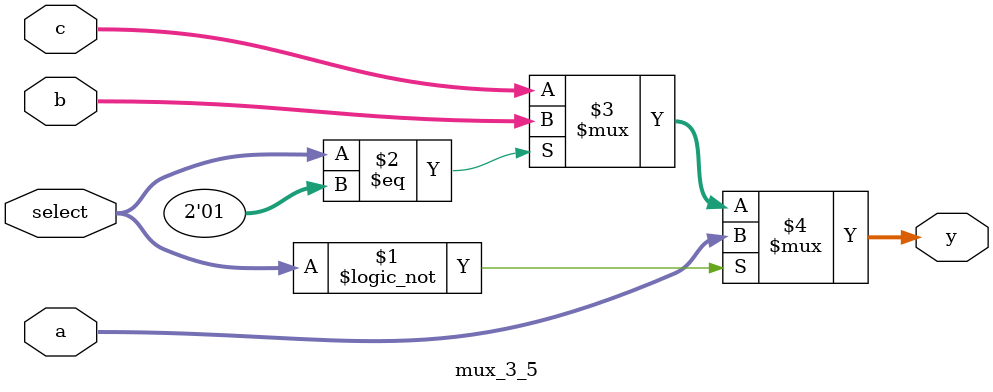
<source format=v>
module mux_2_32(
     input [31:0] a,b,
     input select,
     output [31:0] y
    );
     
     assign y = (select == 0) ? a : b;

endmodule


module mux_3_32(
     input [31:0] a,b,c,
     input [1:0] select,
     output [31:0] y
    );
     
     parameter regs = 2'b00,
                  mem  = 2'b01,
                  pc     = 2'b10;
     
     assign y = (select == regs) ? a :
                    (select == mem)  ? b : c;

endmodule


module mux_3_5(
     input [4:0] a,b,c,
     input [1:0] select,
     output [4:0] y
    );
     
     parameter rt = 2'b00,
                  rd = 2'b01,
                  ra = 2'b10;
     
     assign y = (select == rt) ? a :
                    (select == rd) ? b : c;

endmodule
</source>
